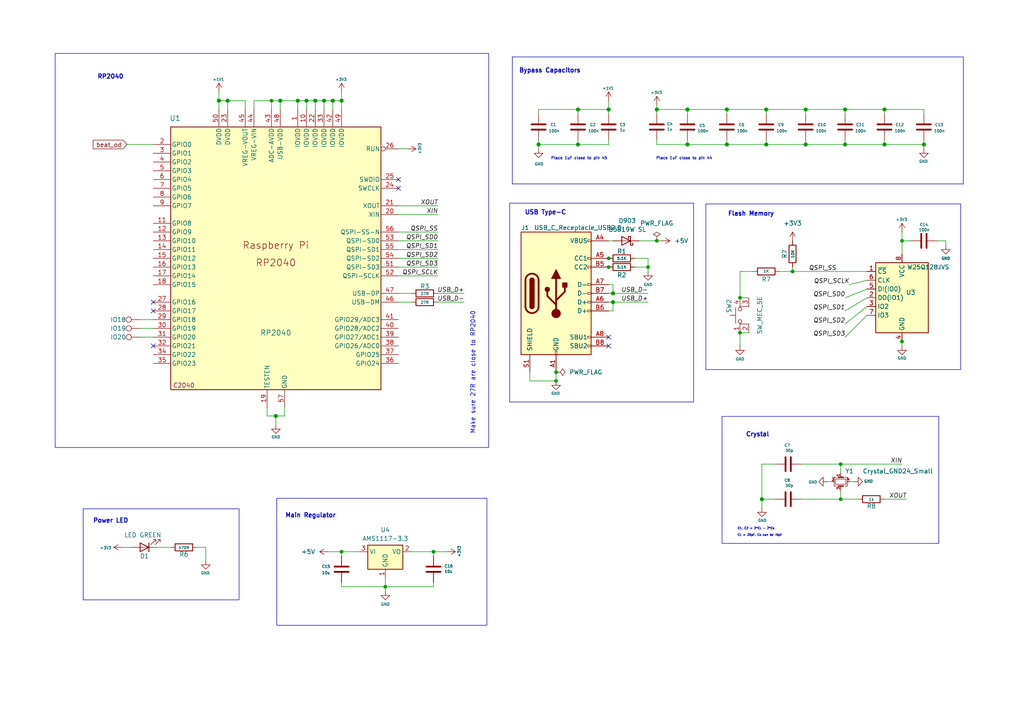
<source format=kicad_sch>
(kicad_sch (version 20230121) (generator eeschema)
  (paper "A4")
  (title_block (title "CPU") (date "2023-11-24"))
  (lib_symbols
    (symbol "00_project_library:AMS1117-3.3"
      (property "Reference" "U" (at -3.81 3.175 0))
      (property "Value" "AMS1117-3.3" (at 0 3.175 0))
      (symbol "AMS1117-3.3_0_1"
        (rectangle (start -5.08 1.905) (end 5.08 -5.08) (stroke (width 0.254)) (fill (type background)))
      )
      (symbol "AMS1117-3.3_1_1"
        (pin power_in line (at 0 -7.62 90) (length 2.54) (name "GND") (number "1"))
        (pin power_out line (at 7.62 0 180) (length 2.54) (name "VO") (number "2"))
        (pin power_in line (at -7.62 0 0) (length 2.54) (name "VI") (number "3"))
      )
    )
    (symbol "00_project_library:C" (pin_numbers hide) (pin_names (offset 0.254))
      (property "Reference" "C" (at 0.635 2.54 0))
      (property "Value" "C" (at 0.635 -2.54 0))
      (symbol "C_0_1"
        (polyline (pts (xy -2.032 -0.762) (xy 2.032 -0.762)) (stroke (width 0.508)))
        (polyline (pts (xy -2.032 0.762) (xy 2.032 0.762)) (stroke (width 0.508)))
      )
      (symbol "C_1_1"
        (pin passive line (at 0 3.81 270) (length 2.794) (name "~") (number "1"))
        (pin passive line (at 0 -3.81 90) (length 2.794) (name "~") (number "2"))
      )
    )
    (symbol "00_project_library:Crystal_GND24_Small" (pin_names (offset 1.016) hide)
      (property "Reference" "Y" (at 1.27 4.445 0))
      (property "Value" "Crystal_GND24_Small" (at 1.27 2.54 0))
      (symbol "Crystal_GND24_Small_0_1"
        (rectangle (start -0.762 -1.524) (end 0.762 1.524))
        (polyline (pts (xy -1.27 -0.762) (xy -1.27 0.762)) (stroke (width 0.381)))
        (polyline (pts (xy 1.27 -0.762) (xy 1.27 0.762)) (stroke (width 0.381)))
        (polyline (pts (xy -1.27 -1.27) (xy -1.27 -1.905) (xy 1.27 -1.905) (xy 1.27 -1.27)))
        (polyline (pts (xy -1.27 1.27) (xy -1.27 1.905) (xy 1.27 1.905) (xy 1.27 1.27)))
      )
      (symbol "Crystal_GND24_Small_1_1"
        (pin passive line (at -2.54 0 0) (length 1.27) (name "1") (number "1"))
        (pin passive line (at 0 -2.54 90) (length 0.635) (name "2") (number "2"))
        (pin passive line (at 2.54 0 180) (length 1.27) (name "3") (number "3"))
        (pin passive line (at 0 2.54 270) (length 0.635) (name "4") (number "4"))
      )
    )
    (symbol "00_project_library:LED GREEN" (pin_numbers hide) (pin_names (offset 1.016) hide)
      (property "Reference" "D" (at 0 2.54 0))
      (property "Value" "LED GREEN" (at 0 -2.54 0))
      (symbol "LED GREEN_0_1"
        (polyline (pts (xy -1.27 -1.27) (xy -1.27 1.27)) (stroke (width 0.254)))
        (polyline (pts (xy -1.27 0) (xy 1.27 0)))
        (polyline (pts (xy 1.27 -1.27) (xy 1.27 1.27) (xy -1.27 0) (xy 1.27 -1.27)) (stroke (width 0.254)))
        (polyline (pts (xy -3.048 -0.762) (xy -4.572 -2.286) (xy -3.81 -2.286) (xy -4.572 -2.286) (xy -4.572 -1.524)))
        (polyline (pts (xy -1.778 -0.762) (xy -3.302 -2.286) (xy -2.54 -2.286) (xy -3.302 -2.286) (xy -3.302 -1.524)))
      )
      (symbol "LED GREEN_1_1"
        (pin passive line (at -3.81 0 0) (length 2.54) (name "K") (number "1"))
        (pin passive line (at 3.81 0 180) (length 2.54) (name "A") (number "2"))
      )
    )
    (symbol "00_project_library:RP2040" (pin_names (offset 0.254))
      (property "Reference" "U" (at 1.27 78.74 0))
      (property "Value" "RP2040" (at 30.48 16.51 0))
      (symbol "RP2040_0_0"
        (text "Raspberry Pi" (at 30.48 41.91 0) (effects (font (size 2 2))))
        (text "RP2040" (at 30.48 36.83 0) (effects (font (size 2 2))))
      )
      (symbol "RP2040_1_0"
        (rectangle (start 0 76.2) (end 60.96 0) (stroke (width 0.254)) (fill (type background)))
      )
      (symbol "RP2040_1_1"
        (pin power_in line (at 36.83 81.28 270) (length 5.08) (name "IOVDD") (number "1"))
        (pin power_in line (at 39.37 81.28 270) (length 5.08) (name "IOVDD") (number "10"))
        (pin bidirectional line (at -5.08 48.26 0) (length 5.08) (name "GPIO8") (number "11"))
        (pin bidirectional line (at -5.08 45.72 0) (length 5.08) (name "GPIO9") (number "12"))
        (pin bidirectional line (at -5.08 43.18 0) (length 5.08) (name "GPIO10") (number "13"))
        (pin bidirectional line (at -5.08 40.64 0) (length 5.08) (name "GPIO11") (number "14"))
        (pin bidirectional line (at -5.08 38.1 0) (length 5.08) (name "GPIO12") (number "15"))
        (pin bidirectional line (at -5.08 35.56 0) (length 5.08) (name "GPIO13") (number "16"))
        (pin bidirectional line (at -5.08 33.02 0) (length 5.08) (name "GPIO14") (number "17"))
        (pin bidirectional line (at -5.08 30.48 0) (length 5.08) (name "GPIO15") (number "18"))
        (pin input line (at 27.94 -5.08 90) (length 5.08) (name "TESTEN") (number "19"))
        (pin bidirectional line (at -5.08 71.12 0) (length 5.08) (name "GPIO0") (number "2"))
        (pin bidirectional line (at 66.04 50.8 180) (length 5.08) (name "XIN") (number "20"))
        (pin output line (at 66.04 53.34 180) (length 5.08) (name "XOUT") (number "21"))
        (pin power_in line (at 41.91 81.28 270) (length 5.08) (name "IOVDD") (number "22"))
        (pin power_in line (at 16.51 81.28 270) (length 5.08) (name "DVDD") (number "23"))
        (pin unspecified line (at 66.04 58.42 180) (length 5.08) (name "SWCLK") (number "24"))
        (pin unspecified line (at 66.04 60.96 180) (length 5.08) (name "SWDIO") (number "25"))
        (pin input inverted (at 66.04 69.85 180) (length 5.08) (name "RUN") (number "26"))
        (pin bidirectional line (at -5.08 25.4 0) (length 5.08) (name "GPIO16") (number "27"))
        (pin bidirectional line (at -5.08 22.86 0) (length 5.08) (name "GPIO17") (number "28"))
        (pin bidirectional line (at -5.08 20.32 0) (length 5.08) (name "GPIO18") (number "29"))
        (pin bidirectional line (at -5.08 68.58 0) (length 5.08) (name "GPIO1") (number "3"))
        (pin bidirectional line (at -5.08 17.78 0) (length 5.08) (name "GPIO19") (number "30"))
        (pin bidirectional line (at -5.08 15.24 0) (length 5.08) (name "GPIO20") (number "31"))
        (pin bidirectional line (at -5.08 12.7 0) (length 5.08) (name "GPIO21") (number "32"))
        (pin power_in line (at 44.45 81.28 270) (length 5.08) (name "IOVDD") (number "33"))
        (pin bidirectional line (at -5.08 10.16 0) (length 5.08) (name "GPIO22") (number "34"))
        (pin bidirectional line (at -5.08 7.62 0) (length 5.08) (name "GPIO23") (number "35"))
        (pin bidirectional line (at 66.04 7.62 180) (length 5.08) (name "GPIO24") (number "36"))
        (pin bidirectional line (at 66.04 10.16 180) (length 5.08) (name "GPIO25") (number "37"))
        (pin bidirectional line (at 66.04 12.7 180) (length 5.08) (name "GPIO26/ADC0") (number "38"))
        (pin bidirectional line (at 66.04 15.24 180) (length 5.08) (name "GPIO27/ADC1") (number "39"))
        (pin bidirectional line (at -5.08 66.04 0) (length 5.08) (name "GPIO2") (number "4"))
        (pin bidirectional line (at 66.04 17.78 180) (length 5.08) (name "GPIO28/ADC2") (number "40"))
        (pin bidirectional line (at 66.04 20.32 180) (length 5.08) (name "GPIO29/ADC3") (number "41"))
        (pin power_in line (at 46.99 81.28 270) (length 5.08) (name "IOVDD") (number "42"))
        (pin power_in line (at 29.21 81.28 270) (length 5.08) (name "ADC-AVDD") (number "43"))
        (pin power_in line (at 24.13 81.28 270) (length 5.08) (name "VREG-VIN") (number "44"))
        (pin power_out line (at 21.59 81.28 270) (length 5.08) (name "VREG-VOUT") (number "45"))
        (pin bidirectional line (at 66.04 25.4 180) (length 5.08) (name "USB-DM") (number "46"))
        (pin bidirectional line (at 66.04 27.94 180) (length 5.08) (name "USB-DP") (number "47"))
        (pin power_in line (at 31.75 81.28 270) (length 5.08) (name "USB-VDD") (number "48"))
        (pin power_in line (at 49.53 81.28 270) (length 5.08) (name "IOVDD") (number "49"))
        (pin bidirectional line (at -5.08 63.5 0) (length 5.08) (name "GPIO3") (number "5"))
        (pin power_in line (at 13.97 81.28 270) (length 5.08) (name "DVDD") (number "50"))
        (pin bidirectional line (at 66.04 35.56 180) (length 5.08) (name "QSPI-SD3") (number "51"))
        (pin bidirectional line (at 66.04 33.02 180) (length 5.08) (name "QSPI-SCLK") (number "52"))
        (pin bidirectional line (at 66.04 43.18 180) (length 5.08) (name "QSPI-SD0") (number "53"))
        (pin bidirectional line (at 66.04 38.1 180) (length 5.08) (name "QSPI-SD2") (number "54"))
        (pin bidirectional line (at 66.04 40.64 180) (length 5.08) (name "QSPI-SD1") (number "55"))
        (pin bidirectional line (at 66.04 45.72 180) (length 5.08) (name "QSPI-SS-N") (number "56"))
        (pin power_in line (at 33.02 -5.08 90) (length 5.08) (name "GND") (number "57"))
        (pin bidirectional line (at -5.08 60.96 0) (length 5.08) (name "GPIO4") (number "6"))
        (pin bidirectional line (at -5.08 58.42 0) (length 5.08) (name "GPIO5") (number "7"))
        (pin bidirectional line (at -5.08 55.88 0) (length 5.08) (name "GPIO6") (number "8"))
        (pin bidirectional line (at -5.08 53.34 0) (length 5.08) (name "GPIO7") (number "9"))
      )
    )
    (symbol "00_project_library:SW_MEC_5E" (pin_names (offset 1.016) hide)
      (property "Reference" "SW" (at 0.635 5.715 0))
      (property "Value" "SW_MEC_5E" (at 0 -3.175 0))
      (symbol "SW_MEC_5E_0_1"
        (circle (center -1.778 2.54) (radius 0.508))
        (polyline (pts (xy -2.286 3.81) (xy 2.286 3.81)))
        (polyline (pts (xy 0 3.81) (xy 0 5.588)))
        (polyline (pts (xy -2.54 0) (xy -2.54 2.54) (xy -2.286 2.54)))
        (polyline (pts (xy 2.54 0) (xy 2.54 2.54) (xy 2.286 2.54)))
        (circle (center 1.778 2.54) (radius 0.508))
        (pin passive line (at -5.08 2.54 0) (length 2.54) (name "1") (number "1"))
        (pin passive line (at -5.08 0 0) (length 2.54) (name "2") (number "2"))
        (pin passive line (at 5.08 0 180) (length 2.54) (name "K") (number "3"))
        (pin passive line (at 5.08 2.54 180) (length 2.54) (name "A") (number "4"))
      )
    )
    (symbol "00_project_library:USB_C_Receptacle_USB2.0" (pin_names (offset 1.016))
      (property "Reference" "J" (at -10.16 19.05 0))
      (property "Value" "USB_C_Receptacle_USB2.0" (at 19.05 19.05 0))
      (symbol "USB_C_Receptacle_USB2.0_0_0"
        (rectangle (start -0.254 -17.78) (end 0.254 -16.764))
        (rectangle (start 10.16 -14.986) (end 9.144 -15.494))
        (rectangle (start 10.16 -12.446) (end 9.144 -12.954))
        (rectangle (start 10.16 -4.826) (end 9.144 -5.334))
        (rectangle (start 10.16 -2.286) (end 9.144 -2.794))
        (rectangle (start 10.16 0.254) (end 9.144 -0.254))
        (rectangle (start 10.16 2.794) (end 9.144 2.286))
        (rectangle (start 10.16 7.874) (end 9.144 7.366))
        (rectangle (start 10.16 10.414) (end 9.144 9.906))
        (rectangle (start 10.16 15.494) (end 9.144 14.986))
      )
      (symbol "USB_C_Receptacle_USB2.0_0_1"
        (rectangle (start -10.16 17.78) (end 10.16 -17.78) (stroke (width 0.254)) (fill (type background)))
        (arc (start -8.89 -3.81) (mid -6.985 -5.7067) (end -5.08 -3.81) (stroke (width 0.508)))
        (arc (start -7.62 -3.81) (mid -6.985 -4.4423) (end -6.35 -3.81) (stroke (width 0.254)))
        (arc (start -7.62 -3.81) (mid -6.985 -4.4423) (end -6.35 -3.81) (stroke (width 0.254)) (fill (type outline)))
        (rectangle (start -7.62 3.81) (end -6.35 -3.81) (stroke (width 0.254)) (fill (type outline)))
        (arc (start -6.35 3.81) (mid -6.985 4.4423) (end -7.62 3.81) (stroke (width 0.254)))
        (arc (start -6.35 3.81) (mid -6.985 4.4423) (end -7.62 3.81) (stroke (width 0.254)) (fill (type outline)))
        (arc (start -5.08 3.81) (mid -6.985 5.7067) (end -8.89 3.81) (stroke (width 0.508)))
        (circle (center -2.54 1.143) (radius 0.635) (stroke (width 0.254)) (fill (type outline)))
        (circle (center 0 -5.842) (radius 1.27) (fill (type outline)))
        (polyline (pts (xy -8.89 -3.81) (xy -8.89 3.81)) (stroke (width 0.508)))
        (polyline (pts (xy -5.08 3.81) (xy -5.08 -3.81)) (stroke (width 0.508)))
        (polyline (pts (xy 0 -5.842) (xy 0 4.318)) (stroke (width 0.508)))
        (polyline (pts (xy 0 -3.302) (xy -2.54 -0.762) (xy -2.54 0.508)) (stroke (width 0.508)))
        (polyline (pts (xy 0 -2.032) (xy 2.54 0.508) (xy 2.54 1.778)) (stroke (width 0.508)))
        (polyline (pts (xy -1.27 4.318) (xy 0 6.858) (xy 1.27 4.318) (xy -1.27 4.318)) (stroke (width 0.254)) (fill (type outline)))
        (rectangle (start 1.905 1.778) (end 3.175 3.048) (stroke (width 0.254)) (fill (type outline)))
      )
      (symbol "USB_C_Receptacle_USB2.0_1_1"
        (pin passive line (at 0 -22.86 90) (length 5.08) (name "GND") (number "A1"))
        (pin passive line (at 0 -22.86 90) (length 5.08) hide (name "GND") (number "A12"))
        (pin passive line (at 15.24 15.24 180) (length 5.08) (name "VBUS") (number "A4"))
        (pin bidirectional line (at 15.24 10.16 180) (length 5.08) (name "CC1") (number "A5"))
        (pin bidirectional line (at 15.24 -2.54 180) (length 5.08) (name "D+") (number "A6"))
        (pin bidirectional line (at 15.24 2.54 180) (length 5.08) (name "D-") (number "A7"))
        (pin bidirectional line (at 15.24 -12.7 180) (length 5.08) (name "SBU1") (number "A8"))
        (pin passive line (at 15.24 15.24 180) (length 5.08) hide (name "VBUS") (number "A9"))
        (pin passive line (at 0 -22.86 90) (length 5.08) hide (name "GND") (number "B1"))
        (pin passive line (at 0 -22.86 90) (length 5.08) hide (name "GND") (number "B12"))
        (pin passive line (at 15.24 15.24 180) (length 5.08) hide (name "VBUS") (number "B4"))
        (pin bidirectional line (at 15.24 7.62 180) (length 5.08) (name "CC2") (number "B5"))
        (pin bidirectional line (at 15.24 -5.08 180) (length 5.08) (name "D+") (number "B6"))
        (pin bidirectional line (at 15.24 0 180) (length 5.08) (name "D-") (number "B7"))
        (pin bidirectional line (at 15.24 -15.24 180) (length 5.08) (name "SBU2") (number "B8"))
        (pin passive line (at 15.24 15.24 180) (length 5.08) hide (name "VBUS") (number "B9"))
        (pin passive line (at -7.62 -22.86 90) (length 5.08) (name "SHIELD") (number "S1"))
      )
    )
    (symbol "00_project_library:W25Q128JVS"
      (property "Reference" "U" (at -8.89 8.89 0))
      (property "Value" "W25Q128JVS" (at 7.62 8.89 0))
      (symbol "W25Q128JVS_0_1"
        (rectangle (start -7.62 10.16) (end 7.62 -10.16) (stroke (width 0.254)) (fill (type background)))
      )
      (symbol "W25Q128JVS_1_1"
        (pin input line (at -10.16 7.62 0) (length 2.54) (name "~{CS}") (number "1"))
        (pin bidirectional line (at -10.16 0 0) (length 2.54) (name "DO(IO1)") (number "2"))
        (pin bidirectional line (at -10.16 -2.54 0) (length 2.54) (name "IO2") (number "3"))
        (pin power_in line (at 0 -12.7 90) (length 2.54) (name "GND") (number "4"))
        (pin bidirectional line (at -10.16 2.54 0) (length 2.54) (name "DI(IO0)") (number "5"))
        (pin input line (at -10.16 5.08 0) (length 2.54) (name "CLK") (number "6"))
        (pin bidirectional line (at -10.16 -5.08 0) (length 2.54) (name "IO3") (number "7"))
        (pin power_in line (at 0 12.7 270) (length 2.54) (name "VCC") (number "8"))
      )
    )
    (symbol "Connector:TestPoint" (pin_numbers hide) (pin_names (offset 0.762) hide)
      (property "Reference" "TP" (at 0 6.858 0))
      (property "Value" "TestPoint" (at 0 5.08 0))
      (symbol "TestPoint_0_1"
        (circle (center 0 3.302) (radius 0.762))
      )
      (symbol "TestPoint_1_1"
        (pin passive line (at 0 0 90) (length 2.54) (name "1") (number "1"))
      )
    )
    (symbol "Device:D_Schottky" (pin_numbers hide) (pin_names (offset 1.016) hide)
      (property "Reference" "D" (at 0 2.54 0))
      (property "Value" "D_Schottky" (at 0 -2.54 0))
      (symbol "D_Schottky_0_1"
        (polyline (pts (xy 1.27 0) (xy -1.27 0)))
        (polyline (pts (xy 1.27 1.27) (xy 1.27 -1.27) (xy -1.27 0) (xy 1.27 1.27)) (stroke (width 0.254)))
        (polyline (pts (xy -1.905 0.635) (xy -1.905 1.27) (xy -1.27 1.27) (xy -1.27 -1.27) (xy -0.635 -1.27) (xy -0.635 -0.635)) (stroke (width 0.254)))
      )
      (symbol "D_Schottky_1_1"
        (pin passive line (at -3.81 0 0) (length 2.54) (name "K") (number "1"))
        (pin passive line (at 3.81 0 180) (length 2.54) (name "A") (number "2"))
      )
    )
    (symbol "Device:R" (pin_numbers hide) (pin_names (offset 0))
      (property "Reference" "R" (at 2.032 0 90))
      (property "Value" "R" (at 0 0 90))
      (symbol "R_0_1"
        (rectangle (start -1.016 -2.54) (end 1.016 2.54) (stroke (width 0.254)))
      )
      (symbol "R_1_1"
        (pin passive line (at 0 3.81 270) (length 1.27) (name "~") (number "1"))
        (pin passive line (at 0 -3.81 90) (length 1.27) (name "~") (number "2"))
      )
    )
    (symbol "power:+1V1" (power) (pin_names (offset 0))
      (property "Value" "+1V1" (at 0 3.556 0))
      (symbol "+1V1_0_1"
        (polyline (pts (xy -0.762 1.27) (xy 0 2.54)))
        (polyline (pts (xy 0 0) (xy 0 2.54)))
        (polyline (pts (xy 0 2.54) (xy 0.762 1.27)))
      )
      (symbol "+1V1_1_1"
        (pin power_in line (at 0 0 90) (length 0) hide (name "+1V1") (number "1"))
      )
    )
    (symbol "power:+3V3" (power) (pin_names (offset 0))
      (property "Value" "+3V3" (at 0 3.556 0))
      (symbol "+3V3_0_1"
        (polyline (pts (xy -0.762 1.27) (xy 0 2.54)))
        (polyline (pts (xy 0 0) (xy 0 2.54)))
        (polyline (pts (xy 0 2.54) (xy 0.762 1.27)))
      )
      (symbol "+3V3_1_1"
        (pin power_in line (at 0 0 90) (length 0) hide (name "+3V3") (number "1"))
      )
    )
    (symbol "power:+5V" (power) (pin_names (offset 0))
      (property "Value" "+5V" (at 0 3.556 0))
      (symbol "+5V_0_1"
        (polyline (pts (xy -0.762 1.27) (xy 0 2.54)))
        (polyline (pts (xy 0 0) (xy 0 2.54)))
        (polyline (pts (xy 0 2.54) (xy 0.762 1.27)))
      )
      (symbol "+5V_1_1"
        (pin power_in line (at 0 0 90) (length 0) hide (name "+5V") (number "1"))
      )
    )
    (symbol "power:GND" (power) (pin_names (offset 0))
      (property "Value" "GND" (at 0 -3.81 0))
      (symbol "GND_0_1"
        (polyline (pts (xy 0 0) (xy 0 -1.27) (xy 1.27 -1.27) (xy 0 -2.54) (xy -1.27 -1.27) (xy 0 -1.27)))
      )
      (symbol "GND_1_1"
        (pin power_in line (at 0 0 270) (length 0) hide (name "GND") (number "1"))
      )
    )
    (symbol "power:PWR_FLAG" (power) (pin_numbers hide) (pin_names (offset 0) hide)
      (property "Value" "PWR_FLAG" (at 0 3.81 0))
      (symbol "PWR_FLAG_0_0"
        (pin power_out line (at 0 0 90) (length 0) (name "pwr") (number "1"))
      )
      (symbol "PWR_FLAG_0_1"
        (polyline (pts (xy 0 0) (xy 0 1.27) (xy -1.016 1.905) (xy 0 2.54) (xy 1.016 1.905) (xy 0 1.27)))
      )
    )
  )
  (junction (at 91.44 29.21) (diameter 1.016))
  (junction (at 261.62 69.85))
  (junction (at 80.01 120.65) (diameter 1.016))
  (junction (at 214.63 86.36))
  (junction (at 176.53 31.75) (diameter 1.016))
  (junction (at 261.62 99.06))
  (junction (at 99.06 29.21) (diameter 1.016))
  (junction (at 222.25 31.75) (diameter 1.016))
  (junction (at 156.21 41.91) (diameter 1.016))
  (junction (at 78.74 29.21))
  (junction (at 187.96 77.47))
  (junction (at 233.68 31.75) (diameter 1.016))
  (junction (at 63.5 29.21) (diameter 1.016))
  (junction (at 222.25 41.91) (diameter 1.016))
  (junction (at 245.11 31.75) (diameter 1.016))
  (junction (at 88.9 29.21) (diameter 1.016))
  (junction (at 111.76 170.18))
  (junction (at 167.64 41.91) (diameter 1.016))
  (junction (at 81.28 29.21) (diameter 1.016))
  (junction (at 210.82 31.75) (diameter 1.016))
  (junction (at 190.5 31.75) (diameter 1.016))
  (junction (at 214.63 96.52))
  (junction (at 267.97 41.91) (diameter 1.016))
  (junction (at 96.52 29.21) (diameter 1.016))
  (junction (at 99.06 160.02))
  (junction (at 177.8 87.63) (diameter 1.016))
  (junction (at 176.53 74.93))
  (junction (at 86.36 29.21) (diameter 1.016))
  (junction (at 66.04 29.21) (diameter 1.016))
  (junction (at 256.54 31.75) (diameter 1.016))
  (junction (at 199.39 41.91) (diameter 1.016))
  (junction (at 125.73 160.02))
  (junction (at 210.82 41.91) (diameter 1.016))
  (junction (at 243.84 134.62))
  (junction (at 220.98 144.78) (diameter 1.016))
  (junction (at 256.54 41.91) (diameter 1.016))
  (junction (at 161.29 107.95))
  (junction (at 161.29 110.49))
  (junction (at 93.98 29.21) (diameter 1.016))
  (junction (at 233.68 41.91) (diameter 1.016))
  (junction (at 245.11 41.91) (diameter 1.016))
  (junction (at 243.84 144.78))
  (junction (at 229.87 78.74))
  (junction (at 177.8 85.09) (diameter 1.016))
  (junction (at 176.53 77.47))
  (junction (at 167.64 31.75) (diameter 1.016))
  (junction (at 199.39 31.75) (diameter 1.016))
  (junction (at 190.5 69.85))
  (no_connect (at 176.53 100.33))
  (no_connect (at 176.53 97.79))
  (no_connect (at 115.57 52.07))
  (no_connect (at 44.45 100.33))
  (no_connect (at 44.45 90.17))
  (no_connect (at 44.45 87.63))
  (no_connect (at 115.57 54.61))
  (wire (pts (xy 99.06 31.75) (xy 99.06 29.21)))
  (wire (pts (xy 184.15 74.93) (xy 187.96 74.93)))
  (wire (pts (xy 115.57 69.85) (xy 127 69.85)))
  (wire (pts (xy 80.01 120.65) (xy 82.55 120.65)))
  (wire (pts (xy 82.55 120.65) (xy 82.55 118.11)))
  (wire (pts (xy 91.44 29.21) (xy 93.98 29.21)))
  (wire (pts (xy 81.28 31.75) (xy 81.28 29.21)))
  (wire (pts (xy 222.25 41.91) (xy 210.82 41.91)))
  (wire (pts (xy 96.52 29.21) (xy 99.06 29.21)))
  (wire (pts (xy 93.98 29.21) (xy 96.52 29.21)))
  (wire (pts (xy 271.78 69.85) (xy 274.32 69.85)))
  (wire (pts (xy 256.54 33.02) (xy 256.54 31.75)))
  (wire (pts (xy 125.73 161.29) (xy 125.73 160.02)))
  (wire (pts (xy 111.76 170.18) (xy 111.76 171.45)))
  (wire (pts (xy 199.39 40.64) (xy 199.39 41.91)))
  (wire (pts (xy 115.57 62.23) (xy 127 62.23)))
  (wire (pts (xy 251.46 88.9) (xy 245.11 93.98)))
  (wire (pts (xy 233.68 33.02) (xy 233.68 31.75)))
  (polyline (pts (xy 148.59 16.51) (xy 148.59 53.34)))
  (wire (pts (xy 190.5 31.75) (xy 190.5 33.02)))
  (wire (pts (xy 229.87 77.47) (xy 229.87 78.74)))
  (wire (pts (xy 167.64 41.91) (xy 167.64 40.64)))
  (wire (pts (xy 256.54 31.75) (xy 267.97 31.75)))
  (wire (pts (xy 261.62 99.06) (xy 261.62 100.33)))
  (wire (pts (xy 115.57 67.31) (xy 127 67.31)))
  (wire (pts (xy 199.39 31.75) (xy 210.82 31.75)))
  (wire (pts (xy 78.74 31.75) (xy 78.74 29.21)))
  (wire (pts (xy 177.8 85.09) (xy 187.96 85.09)))
  (wire (pts (xy 256.54 41.91) (xy 245.11 41.91)))
  (wire (pts (xy 115.57 59.69) (xy 127 59.69)))
  (wire (pts (xy 214.63 78.74) (xy 214.63 86.36)))
  (wire (pts (xy 80.01 123.19) (xy 80.01 120.65)))
  (wire (pts (xy 232.41 144.78) (xy 243.84 144.78)))
  (wire (pts (xy 251.46 83.82) (xy 245.11 86.36)))
  (polyline (pts (xy 279.4 53.34) (xy 148.59 53.34)))
  (wire (pts (xy 190.5 40.64) (xy 190.5 41.91)))
  (wire (pts (xy 57.15 158.75) (xy 59.69 158.75)))
  (wire (pts (xy 245.11 41.91) (xy 233.68 41.91)))
  (wire (pts (xy 245.11 40.64) (xy 245.11 41.91)))
  (wire (pts (xy 156.21 41.91) (xy 167.64 41.91)))
  (wire (pts (xy 99.06 168.91) (xy 99.06 170.18)))
  (wire (pts (xy 88.9 29.21) (xy 91.44 29.21)))
  (wire (pts (xy 115.57 72.39) (xy 127 72.39)))
  (wire (pts (xy 78.74 29.21) (xy 81.28 29.21)))
  (wire (pts (xy 99.06 160.02) (xy 99.06 161.29)))
  (wire (pts (xy 185.42 69.85) (xy 190.5 69.85)))
  (wire (pts (xy 59.69 158.75) (xy 59.69 162.56)))
  (wire (pts (xy 93.98 31.75) (xy 93.98 29.21)))
  (wire (pts (xy 218.44 78.74) (xy 214.63 78.74)))
  (wire (pts (xy 245.11 31.75) (xy 256.54 31.75)))
  (wire (pts (xy 267.97 41.91) (xy 267.97 43.18)))
  (wire (pts (xy 63.5 26.67) (xy 63.5 29.21)))
  (wire (pts (xy 66.04 31.75) (xy 66.04 29.21)))
  (wire (pts (xy 274.32 69.85) (xy 274.32 71.12)))
  (wire (pts (xy 127 85.09) (xy 134.62 85.09)))
  (wire (pts (xy 77.47 120.65) (xy 77.47 118.11)))
  (wire (pts (xy 40.64 97.79) (xy 44.45 97.79)))
  (wire (pts (xy 214.63 100.33) (xy 214.63 96.52)))
  (wire (pts (xy 243.84 142.24) (xy 243.84 144.78)))
  (wire (pts (xy 86.36 31.75) (xy 86.36 29.21)))
  (wire (pts (xy 245.11 33.02) (xy 245.11 31.75)))
  (wire (pts (xy 161.29 107.95) (xy 161.29 110.49)))
  (wire (pts (xy 153.67 110.49) (xy 161.29 110.49)))
  (wire (pts (xy 251.46 81.28) (xy 246.38 82.55)))
  (wire (pts (xy 224.79 144.78) (xy 220.98 144.78)))
  (wire (pts (xy 267.97 33.02) (xy 267.97 31.75)))
  (wire (pts (xy 176.53 29.21) (xy 176.53 31.75)))
  (wire (pts (xy 73.66 31.75) (xy 73.66 29.21)))
  (wire (pts (xy 261.62 67.31) (xy 261.62 69.85)))
  (wire (pts (xy 240.03 139.7) (xy 241.3 139.7)))
  (wire (pts (xy 190.5 31.75) (xy 199.39 31.75)))
  (wire (pts (xy 190.5 41.91) (xy 199.39 41.91)))
  (wire (pts (xy 224.79 134.62) (xy 220.98 134.62)))
  (wire (pts (xy 111.76 167.64) (xy 111.76 170.18)))
  (wire (pts (xy 35.56 158.75) (xy 38.1 158.75)))
  (wire (pts (xy 176.53 85.09) (xy 177.8 85.09)))
  (wire (pts (xy 91.44 31.75) (xy 91.44 29.21)))
  (wire (pts (xy 86.36 29.21) (xy 88.9 29.21)))
  (wire (pts (xy 96.52 29.21) (xy 96.52 31.75)))
  (wire (pts (xy 267.97 40.64) (xy 267.97 41.91)))
  (wire (pts (xy 210.82 40.64) (xy 210.82 41.91)))
  (wire (pts (xy 256.54 144.78) (xy 262.89 144.78)))
  (wire (pts (xy 214.63 96.52) (xy 217.17 96.52)))
  (wire (pts (xy 261.62 97.79) (xy 261.62 99.06)))
  (wire (pts (xy 220.98 144.78) (xy 220.98 147.32)))
  (wire (pts (xy 229.87 78.74) (xy 251.46 78.74)))
  (wire (pts (xy 156.21 31.75) (xy 167.64 31.75)))
  (wire (pts (xy 99.06 170.18) (xy 111.76 170.18)))
  (wire (pts (xy 71.12 29.21) (xy 66.04 29.21)))
  (wire (pts (xy 104.14 160.02) (xy 99.06 160.02)))
  (wire (pts (xy 115.57 87.63) (xy 119.38 87.63)))
  (wire (pts (xy 40.64 95.25) (xy 44.45 95.25)))
  (wire (pts (xy 243.84 144.78) (xy 248.92 144.78)))
  (wire (pts (xy 184.15 77.47) (xy 187.96 77.47)))
  (wire (pts (xy 95.25 160.02) (xy 99.06 160.02)))
  (wire (pts (xy 127 87.63) (xy 134.62 87.63)))
  (wire (pts (xy 115.57 85.09) (xy 119.38 85.09)))
  (wire (pts (xy 176.53 31.75) (xy 176.53 33.02)))
  (wire (pts (xy 243.84 134.62) (xy 243.84 137.16)))
  (wire (pts (xy 176.53 77.47) (xy 177.8 77.47)))
  (wire (pts (xy 261.62 69.85) (xy 261.62 73.66)))
  (wire (pts (xy 251.46 91.44) (xy 245.11 97.79)))
  (wire (pts (xy 45.72 158.75) (xy 49.53 158.75)))
  (wire (pts (xy 233.68 40.64) (xy 233.68 41.91)))
  (wire (pts (xy 73.66 29.21) (xy 78.74 29.21)))
  (wire (pts (xy 156.21 41.91) (xy 156.21 43.18)))
  (wire (pts (xy 129.54 160.02) (xy 125.73 160.02)))
  (wire (pts (xy 261.62 69.85) (xy 264.16 69.85)))
  (wire (pts (xy 233.68 41.91) (xy 222.25 41.91)))
  (wire (pts (xy 233.68 31.75) (xy 245.11 31.75)))
  (wire (pts (xy 210.82 33.02) (xy 210.82 31.75)))
  (polyline (pts (xy 148.59 16.51) (xy 279.4 16.51)))
  (wire (pts (xy 111.76 170.18) (xy 125.73 170.18)))
  (wire (pts (xy 167.64 31.75) (xy 176.53 31.75)))
  (wire (pts (xy 153.67 107.95) (xy 153.67 110.49)))
  (wire (pts (xy 115.57 43.18) (xy 118.11 43.18)))
  (wire (pts (xy 40.64 92.71) (xy 44.45 92.71)))
  (wire (pts (xy 187.96 77.47) (xy 187.96 78.74)))
  (wire (pts (xy 88.9 31.75) (xy 88.9 29.21)))
  (wire (pts (xy 176.53 41.91) (xy 167.64 41.91)))
  (wire (pts (xy 81.28 29.21) (xy 86.36 29.21)))
  (wire (pts (xy 222.25 31.75) (xy 233.68 31.75)))
  (wire (pts (xy 251.46 86.36) (xy 245.11 90.17)))
  (wire (pts (xy 176.53 69.85) (xy 177.8 69.85)))
  (wire (pts (xy 125.73 160.02) (xy 119.38 160.02)))
  (wire (pts (xy 222.25 40.64) (xy 222.25 41.91)))
  (wire (pts (xy 63.5 29.21) (xy 63.5 31.75)))
  (wire (pts (xy 80.01 120.65) (xy 77.47 120.65)))
  (wire (pts (xy 63.5 29.21) (xy 66.04 29.21)))
  (wire (pts (xy 167.64 33.02) (xy 167.64 31.75)))
  (wire (pts (xy 210.82 41.91) (xy 199.39 41.91)))
  (wire (pts (xy 176.53 82.55) (xy 177.8 82.55)))
  (wire (pts (xy 125.73 168.91) (xy 125.73 170.18)))
  (wire (pts (xy 176.53 90.17) (xy 177.8 90.17)))
  (wire (pts (xy 256.54 41.91) (xy 267.97 41.91)))
  (wire (pts (xy 177.8 82.55) (xy 177.8 85.09)))
  (wire (pts (xy 156.21 40.64) (xy 156.21 41.91)))
  (polyline (pts (xy 279.4 16.51) (xy 279.4 53.34)))
  (wire (pts (xy 99.06 26.67) (xy 99.06 29.21)))
  (wire (pts (xy 187.96 74.93) (xy 187.96 77.47)))
  (wire (pts (xy 246.38 139.7) (xy 247.65 139.7)))
  (wire (pts (xy 220.98 134.62) (xy 220.98 144.78)))
  (wire (pts (xy 115.57 80.01) (xy 127 80.01)))
  (wire (pts (xy 177.8 87.63) (xy 187.96 87.63)))
  (wire (pts (xy 36.83 41.91) (xy 44.45 41.91)))
  (wire (pts (xy 190.5 69.85) (xy 191.77 69.85)))
  (wire (pts (xy 256.54 40.64) (xy 256.54 41.91)))
  (wire (pts (xy 115.57 77.47) (xy 127 77.47)))
  (wire (pts (xy 232.41 134.62) (xy 243.84 134.62)))
  (wire (pts (xy 190.5 30.48) (xy 190.5 31.75)))
  (wire (pts (xy 71.12 31.75) (xy 71.12 29.21)))
  (wire (pts (xy 176.53 40.64) (xy 176.53 41.91)))
  (wire (pts (xy 156.21 33.02) (xy 156.21 31.75)))
  (wire (pts (xy 243.84 134.62) (xy 261.62 134.62)))
  (wire (pts (xy 176.53 87.63) (xy 177.8 87.63)))
  (wire (pts (xy 177.8 90.17) (xy 177.8 87.63)))
  (wire (pts (xy 176.53 74.93) (xy 177.8 74.93)))
  (wire (pts (xy 214.63 86.36) (xy 217.17 86.36)))
  (wire (pts (xy 210.82 31.75) (xy 222.25 31.75)))
  (wire (pts (xy 222.25 33.02) (xy 222.25 31.75)))
  (wire (pts (xy 226.06 78.74) (xy 229.87 78.74)))
  (wire (pts (xy 199.39 33.02) (xy 199.39 31.75)))
  (wire (pts (xy 115.57 74.93) (xy 127 74.93)))
  (rectangle (start 209.423 120.777) (end 272.288 157.607))
  (rectangle (start 204.724 59.1509) (end 278.638 107.188))
  (rectangle (start 16.002 15.494) (end 141.732 129.794))
  (rectangle (start 80.264 144.526) (end 141.224 181.356))
  (rectangle (start 147.828 58.928) (end 201.168 116.586))
  (rectangle (start 24.13 147.574) (end 69.342 173.99))
  (text "USB Type-C" (at 152.146 62.484 0) (effects (font (size 1.27 1.27) (thickness 0.254) bold) (justify left bottom)))
  (text "Crystal" (at 216.281 126.873 0) (effects (font (size 1.27 1.27) (thickness 0.254) bold) (justify left bottom)))
  (text "Make sure 27R are close to RP2040" (at 137.922 125.984 90) (effects (font (size 1.27 1.27)) (justify left bottom)))
  (text "RP2040" (at 28.194 23.114 0) (effects (font (size 1.27 1.27) (thickness 0.254) bold) (justify left bottom)))
  (text "Place 1uF close to pin 44" (at 190.246 46.482 0) (effects (font (size 0.8 0.8)) (justify left bottom)))
  (text "Place 1uF close to pin 45" (at 159.766 46.482 0) (effects (font (size 0.8 0.8)) (justify left bottom)))
  (text "Power LED" (at 26.924 151.892 0) (effects (font (size 1.27 1.27) (thickness 0.254) bold) (justify left bottom)))
  (text "Main Regulator" (at 82.677 150.368 0) (effects (font (size 1.27 1.27) (thickness 0.254) bold) (justify left bottom)))
  (text "Flash Memory" (at 211.074 62.865 0) (effects (font (size 1.27 1.27) (thickness 0.254) bold) (justify left bottom)))
  (text "Bypass Capacitors" (at 150.495 21.336 0) (effects (font (size 1.27 1.27) (thickness 0.254) bold) (justify left bottom)))
  (text "C1, C2 = 2*CL - 2*Cs\n\nCL = 20pF, Cs can be ~5pF" (at 213.868 155.702 0) (effects (font (size 0.6 0.6)) (justify left bottom)))
  (label "QSPI_SCLK" (at 127 80.01 180) (effects (font italic)))
  (label "QSPI_SD2" (at 245.11 93.98 180) (effects (font italic)))
  (label "QSPI_SS" (at 127 67.31 180) (effects (font italic)))
  (label "QSPI_SD1" (at 245.11 90.17 180) (effects (font italic)))
  (label "QSPI_SD2" (at 127 74.93 180) (effects (font italic)))
  (label "QSPI_SD0" (at 127 69.85 180) (effects (font italic)))
  (label "XOUT" (at 262.89 144.78 180) (effects (font italic)))
  (label "QSPI_SD1" (at 127 72.39 180) (effects (font italic)))
  (label "QSPI_SD0" (at 245.11 86.36 180) (effects (font italic)))
  (label "USB_D+" (at 134.62 85.09 180) (effects (font italic)))
  (label "XIN" (at 261.62 134.62 180) (effects (font italic)))
  (label "QSPI_SCLK" (at 246.38 82.55 180) (effects (font italic)))
  (label "QSPI_SD3" (at 245.11 97.79 180) (effects (font italic)))
  (label "QSPI_SD3" (at 127 77.47 180) (effects (font italic)))
  (label "USB_D-" (at 187.96 85.09 180) (effects (font italic)))
  (label "XOUT" (at 127 59.69 180) (effects (font italic)))
  (label "QSPI_SS" (at 242.57 78.74 180) (effects (font italic)))
  (label "XIN" (at 127 62.23 180) (effects (font italic)))
  (label "USB_D-" (at 134.62 87.63 180) (effects (font italic)))
  (label "USB_D+" (at 187.96 87.63 180) (effects (font italic)))
  (global_label "beat_od" (shape input) (at 36.83 41.91 180) (property "Intersheetrefs" "${INTERSHEET_REFS}" (effects hide)))
  (symbol (lib_id "Device:R") (at 123.19 87.63 270) (unit 1)
    (property "Reference" "R4" (effects hide))
    (property "Value" "27R" (at 123.19 87.7316 90) (effects (font (size 0.8 0.8))))
    (property "Footprint" "Resistor_SMD:R_0402_1005Metric_Pad0.72x0.64mm_HandSolder" (effects hide))
    (instances (project "bpm_meter" (path "" (reference "R4") (unit 1)) (path "" (reference "R904") (unit 1))))
  )
  (symbol (lib_id "00_project_library:Crystal_GND24_Small") (at 243.84 139.7 270) (unit 1)
    (property "Reference" "Y1" (at 245.11 136.652 90) (effects (justify left)))
    (property "Value" "Crystal_GND24_Small" (at 250.19 136.652 90) (effects (justify left)))
    (property "Footprint" "00_project_library:Crystal_SMD_3225-4Pin_3.2x2.5mm" (effects hide))
    (property "JLC" "C9002" (effects hide))
    (instances (project "bpm_meter" (path "" (reference "Y1") (unit 1)) (path "" (reference "Y901") (unit 1))))
  )
  (symbol (lib_id "00_project_library:C") (at 228.6 134.62 270) (unit 1)
    (property "Reference" "C7" (at 227.4824 129.159 90) (effects (font (size 0.8 0.8)) (justify left)))
    (property "Value" "30p" (at 227.711 130.683 90) (effects (font (size 0.8 0.8)) (justify left)))
    (property "Footprint" "Capacitor_SMD:C_0402_1005Metric" (effects hide))
    (property "Datasheet" "https://www.digikey.com/en/products/detail/yageo/CC0402JRNPO9BN270/302753" (effects hide))
    (property "JLC" "C1570" (effects hide))
    (instances (project "bpm_meter" (path "" (reference "C7") (unit 1)) (path "" (reference "C909") (unit 1))))
  )
  (symbol (lib_id "power:+3V3") (at 35.56 158.75 90) (unit 1)
    (property "Reference" "#PWR08" (effects hide))
    (property "Value" "+3V3" (at 30.6578 158.877 90) (effects (font (size 0.8 0.8))))
    (instances (project "bpm_meter" (path "" (reference "#PWR08") (unit 1)) (path "" (reference "#PWR0911") (unit 1))))
  )
  (symbol (lib_id "Device:R") (at 53.34 158.75 270) (unit 1)
    (property "Reference" "R6" (at 53.34 160.782 90))
    (property "Value" "470R" (at 53.34 158.8516 90) (effects (font (size 0.8 0.8))))
    (property "Footprint" "Resistor_SMD:R_0402_1005Metric_Pad0.72x0.64mm_HandSolder" (effects hide))
    (instances (project "bpm_meter" (path "" (reference "R6") (unit 1)) (path "" (reference "R905") (unit 1))))
  )
  (symbol (lib_id "power:GND") (at 161.29 110.49 0) (unit 1)
    (property "Reference" "#PWR01" (effects hide))
    (property "Value" "GND" (at 161.163 114.1222 0) (effects (font (size 0.8 0.8))))
    (instances (project "bpm_meter" (path "" (reference "#PWR01") (unit 1)) (path "" (reference "#PWR0901") (unit 1))))
  )
  (symbol (lib_id "power:GND") (at 267.97 43.18 0) (unit 1)
    (property "Reference" "#PWR024" (effects hide))
    (property "Value" "GND" (at 267.843 46.8122 0) (effects (font (size 0.8 0.8))))
    (instances (project "bpm_meter" (path "" (reference "#PWR024") (unit 1)) (path "" (reference "#PWR0922") (unit 1))))
  )
  (symbol (lib_id "00_project_library:C") (at 156.21 36.83 0) (unit 1)
    (property "Reference" "C1" (at 159.639 36.1696 0) (effects (font (size 0.8 0.8)) (justify left)))
    (property "Value" "100n" (at 159.131 37.973 0) (effects (font (size 0.8 0.8)) (justify left)))
    (property "Footprint" "Capacitor_SMD:C_0402_1005Metric_Pad0.74x0.62mm_HandSolder" (effects hide))
    (instances (project "bpm_meter" (path "" (reference "C1") (unit 1)) (path "" (reference "C903") (unit 1))))
  )
  (symbol (lib_id "00_project_library:C") (at 233.68 36.83 0) (unit 1)
    (property "Reference" "C10" (at 237.109 36.1696 0) (effects (font (size 0.8 0.8)) (justify left)))
    (property "Value" "100n" (at 236.601 37.973 0) (effects (font (size 0.8 0.8)) (justify left)))
    (property "Footprint" "Capacitor_SMD:C_0402_1005Metric_Pad0.74x0.62mm_HandSolder" (effects hide))
    (instances (project "bpm_meter" (path "" (reference "C10") (unit 1)) (path "" (reference "C912") (unit 1))))
  )
  (symbol (lib_id "power:GND") (at 156.21 43.18 0) (unit 1)
    (property "Reference" "#PWR07" (effects hide))
    (property "Value" "GND" (at 156.337 47.5742 0) (effects (font (size 0.8 0.8))))
    (instances (project "bpm_meter" (path "" (reference "#PWR07") (unit 1)) (path "" (reference "#PWR0910") (unit 1))))
  )
  (symbol (lib_id "power:GND") (at 240.03 139.7 270) (unit 1)
    (property "Reference" "#PWR018" (effects hide))
    (property "Value" "GND" (at 235.7628 139.827 90) (effects (font (size 0.8 0.8))))
    (instances (project "bpm_meter" (path "" (reference "#PWR018") (unit 1)) (path "" (reference "#PWR0918") (unit 1))))
  )
  (symbol (lib_id "power:+3V3") (at 229.87 69.85 0) (unit 1)
    (property "Reference" "#PWR015" (effects hide))
    (property "Value" "+3V3" (at 229.87 64.77 0))
    (instances (project "bpm_meter" (path "" (reference "#PWR015") (unit 1)) (path "" (reference "#PWR0917") (unit 1))))
  )
  (symbol (lib_id "Device:R") (at 252.73 144.78 270) (unit 1)
    (property "Reference" "R8" (at 252.73 146.812 90))
    (property "Value" "1k" (at 252.73 144.8816 90) (effects (font (size 0.8 0.8))))
    (property "Footprint" "Resistor_SMD:R_0402_1005Metric_Pad0.72x0.64mm_HandSolder" (effects hide))
    (instances (project "bpm_meter" (path "" (reference "R8") (unit 1)) (path "" (reference "R908") (unit 1))))
  )
  (symbol (lib_id "power:+3V3") (at 118.11 43.18 270) (unit 1)
    (property "Reference" "#PWR013" (effects hide))
    (property "Value" "+3V3" (at 121.7422 43.053 0) (effects (font (size 0.8 0.8))))
    (instances (project "bpm_meter" (path "" (reference "#PWR013") (unit 1)) (path "" (reference "#PWR037") (unit 1))))
  )
  (symbol (lib_id "00_project_library:C") (at 167.64 36.83 0) (unit 1)
    (property "Reference" "C2" (at 171.069 36.1696 0) (effects (font (size 0.8 0.8)) (justify left)))
    (property "Value" "100n" (at 170.561 37.973 0) (effects (font (size 0.8 0.8)) (justify left)))
    (property "Footprint" "Capacitor_SMD:C_0402_1005Metric_Pad0.74x0.62mm_HandSolder" (effects hide))
    (instances (project "bpm_meter" (path "" (reference "C2") (unit 1)) (path "" (reference "C904") (unit 1))))
  )
  (symbol (lib_id "power:PWR_FLAG") (at 190.5 69.85 0) (unit 1)
    (property "Reference" "#FLG02" (effects hide))
    (property "Value" "PWR_FLAG" (at 190.5 64.77 0))
    (instances (project "bpm_meter" (path "" (reference "#FLG02") (unit 1)) (path "" (reference "#FLG0902") (unit 1))))
  )
  (symbol (lib_id "power:+3V3") (at 129.54 160.02 270) (unit 1)
    (property "Reference" "#PWR028" (effects hide))
    (property "Value" "+3V3" (at 133.1722 159.893 0) (effects (font (size 0.8 0.8))))
    (instances (project "bpm_meter" (path "" (reference "#PWR028") (unit 1)) (path "" (reference "#PWR0909") (unit 1))))
  )
  (symbol (lib_id "00_project_library:C") (at 99.06 165.1 0) (unit 1)
    (property "Reference" "C15" (at 93.345 164.3126 0) (effects (font (size 0.8 0.8)) (justify left)))
    (property "Value" "10u" (at 93.345 166.116 0) (effects (font (size 0.8 0.8)) (justify left)))
    (property "Footprint" "Capacitor_SMD:C_0603_1608Metric" (effects hide))
    (instances (project "bpm_meter" (path "" (reference "C15") (unit 1)) (path "" (reference "C901") (unit 1))))
  )
  (symbol (lib_id "00_project_library:SW_MEC_5E") (at 217.17 91.44 90) (unit 1)
    (property "Reference" "SW2" (at 211.455 90.805 0) (effects (justify left)))
    (property "Value" "SW_MEC_5E" (at 220.345 91.44 0))
    (property "Footprint" "00_project_library:SW_TS-1187A-B-A-B" (effects hide))
    (property "Datasheet" "http://www.apem.com/int/index.php?controller=attachment&id_attachment=1371" (effects hide))
    (property "JLC" "C318884" (effects hide))
    (instances (project "bpm_meter" (path "" (reference "SW2") (unit 1)) (path "" (reference "SW901") (unit 1))))
  )
  (symbol (lib_id "power:GND") (at 247.65 139.7 90) (unit 1)
    (property "Reference" "#PWR019" (effects hide))
    (property "Value" "GND" (at 251.9172 139.573 90) (effects (font (size 0.8 0.8))))
    (instances (project "bpm_meter" (path "" (reference "#PWR019") (unit 1)) (path "" (reference "#PWR0919") (unit 1))))
  )
  (symbol (lib_id "power:GND") (at 274.32 71.12 0) (unit 1)
    (property "Reference" "#PWR025" (effects hide))
    (property "Value" "GND" (at 274.32 74.93 0) (effects (font (size 0.8 0.8))))
    (instances (project "bpm_meter" (path "" (reference "#PWR025") (unit 1)) (path "" (reference "#PWR0923") (unit 1))))
  )
  (symbol (lib_id "power:GND") (at 261.62 100.33 0) (unit 1)
    (property "Reference" "#PWR023" (effects hide))
    (property "Value" "GND" (at 261.62 103.886 0) (effects (font (size 0.8 0.8))))
    (instances (project "bpm_meter" (path "" (reference "#PWR023") (unit 1)) (path "" (reference "#PWR0921") (unit 1))))
  )
  (symbol (lib_id "00_project_library:C") (at 222.25 36.83 0) (unit 1)
    (property "Reference" "C9" (at 225.679 36.1696 0) (effects (font (size 0.8 0.8)) (justify left)))
    (property "Value" "100n" (at 225.171 37.973 0) (effects (font (size 0.8 0.8)) (justify left)))
    (property "Footprint" "Capacitor_SMD:C_0402_1005Metric_Pad0.74x0.62mm_HandSolder" (effects hide))
    (instances (project "bpm_meter" (path "" (reference "C9") (unit 1)) (path "" (reference "C911") (unit 1))))
  )
  (symbol (lib_id "00_project_library:C") (at 245.11 36.83 0) (unit 1)
    (property "Reference" "C11" (at 248.285 36.1696 0) (effects (font (size 0.8 0.8)) (justify left)))
    (property "Value" "100n" (at 248.031 37.973 0) (effects (font (size 0.8 0.8)) (justify left)))
    (property "Footprint" "Capacitor_SMD:C_0402_1005Metric_Pad0.74x0.62mm_HandSolder" (effects hide))
    (instances (project "bpm_meter" (path "" (reference "C11") (unit 1)) (path "" (reference "C913") (unit 1))))
  )
  (symbol (lib_id "Device:R") (at 229.87 73.66 0) (unit 1)
    (property "Reference" "R7" (at 227.584 73.66 90))
    (property "Value" "10K" (at 229.9716 73.66 90) (effects (font (size 0.8 0.8))))
    (property "Footprint" "Resistor_SMD:R_0402_1005Metric_Pad0.72x0.64mm_HandSolder" (effects hide))
    (instances (project "bpm_meter" (path "" (reference "R7") (unit 1)) (path "" (reference "R907") (unit 1))))
  )
  (symbol (lib_id "Connector:TestPoint") (at 40.64 95.25 90) (unit 1) (in_bom no)
    (property "Reference" "IO19" (at 34.29 95.25 90))
    (property "Value" "TestPoint" (effects hide))
    (property "Footprint" "TestPoint:TestPoint_Pad_D1.0mm" (effects hide))
  )
  (symbol (lib_id "power:GND") (at 214.63 100.33 0) (unit 1)
    (property "Reference" "#PWR016" (effects hide))
    (property "Value" "GND" (at 214.63 104.14 0) (effects (font (size 0.8 0.8))))
    (instances (project "bpm_meter" (path "" (reference "#PWR016") (unit 1)) (path "" (reference "#PWR0915") (unit 1))))
  )
  (symbol (lib_id "power:+3V3") (at 261.62 67.31 0) (unit 1)
    (property "Reference" "#PWR022" (effects hide))
    (property "Value" "+3V3" (at 261.493 63.6778 0) (effects (font (size 0.8 0.8))))
    (instances (project "bpm_meter" (path "" (reference "#PWR022") (unit 1)) (path "" (reference "#PWR0920") (unit 1))))
  )
  (symbol (lib_id "power:GND") (at 111.76 171.45 0) (unit 1)
    (property "Reference" "#PWR027" (effects hide))
    (property "Value" "GND" (at 111.76 175.26 0) (effects (font (size 0.8 0.8))))
    (instances (project "bpm_meter" (path "" (reference "#PWR027") (unit 1)) (path "" (reference "#PWR0908") (unit 1))))
  )
  (symbol (lib_id "00_project_library:RP2040") (at 49.53 113.03 0) (unit 1)
    (property "Reference" "U1" (at 50.8 34.29 0) (effects (font (size 1.524 1.524))))
    (property "Value" "RP2040" (at 80.01 96.52 0) (effects (font (size 1.524 1.524))))
    (property "Footprint" "00_project_library:RP2040-QFN-56" (effects hide))
    (property "Datasheet" "https://datasheets.raspberrypi.org/rp2040/rp2040-datasheet.pdf" (effects hide))
    (property "Author" "CIRCUITSTATE Electronics" (effects hide))
    (property "License" "CC BY 4.0" (effects hide))
    (property "Revision" "1.3" (effects hide))
    (property "JLC" "C2040" (at 53.34 111.76 0))
    (instances (project "bpm_meter" (path "" (reference "U1") (unit 1)) (path "" (reference "U901") (unit 1))))
  )
  (symbol (lib_id "Connector:TestPoint") (at 40.64 92.71 90) (unit 1) (in_bom no)
    (property "Reference" "IO18" (at 34.29 92.71 90))
    (property "Value" "TestPoint" (effects hide))
    (property "Footprint" "TestPoint:TestPoint_Pad_D1.0mm" (effects hide))
  )
  (symbol (lib_id "00_project_library:C") (at 199.39 36.83 0) (unit 1)
    (property "Reference" "C5" (at 202.819 36.4236 0) (effects (font (size 0.8 0.8)) (justify left)))
    (property "Value" "100n" (at 202.311 37.973 0) (effects (font (size 0.8 0.8)) (justify left)))
    (property "Footprint" "Capacitor_SMD:C_0402_1005Metric_Pad0.74x0.62mm_HandSolder" (effects hide))
    (instances (project "bpm_meter" (path "" (reference "C5") (unit 1)) (path "" (reference "C907") (unit 1))))
  )
  (symbol (lib_id "Device:R") (at 180.34 74.93 90) (unit 1)
    (property "Reference" "R1" (at 180.34 72.898 90))
    (property "Value" "5.1K" (at 180.34 74.93 90) (effects (font (size 0.8 0.8))))
    (property "Footprint" "Resistor_SMD:R_0402_1005Metric_Pad0.72x0.64mm_HandSolder" (effects hide))
    (instances (project "bpm_meter" (path "" (reference "R1") (unit 1)) (path "" (reference "R901") (unit 1))))
  )
  (symbol (lib_id "00_project_library:C") (at 267.97 69.85 90) (unit 1)
    (property "Reference" "C14" (at 269.2146 65.151 90) (effects (font (size 0.8 0.8)) (justify left)))
    (property "Value" "100n" (at 269.621 66.675 90) (effects (font (size 0.8 0.8)) (justify left)))
    (property "Footprint" "Capacitor_SMD:C_0402_1005Metric_Pad0.74x0.62mm_HandSolder" (effects hide))
    (instances (project "bpm_meter" (path "" (reference "C14") (unit 1)) (path "" (reference "C916") (unit 1))))
  )
  (symbol (lib_id "00_project_library:USB_C_Receptacle_USB2.0") (at 161.29 85.09 0) (unit 1)
    (property "Reference" "J1" (at 151.13 66.04 0) (effects (justify left)))
    (property "Value" "USB_C_Receptacle_USB2.0" (at 180.34 66.04 0) (effects (justify right)))
    (property "Footprint" "00_project_library:USB_C_Receptacle_Palconn_UTC16-G" (effects hide))
    (property "Datasheet" "https://www.usb.org/sites/default/files/documents/usb_type-c.zip" (effects hide))
    (property "JLC" "C165948" (effects hide))
    (property "DigiKey" "https://www.digikey.com/en/products/detail/gct/USB4105-GF-A/11198441" (effects hide))
    (property "Digikey" "https://www.digikey.com/en/products/detail/gct/USB4105-GF-A/11198441" (effects hide))
    (instances (project "bpm_meter" (path "" (reference "J1") (unit 1)) (path "" (reference "J901") (unit 1))))
  )
  (symbol (lib_id "00_project_library:C") (at 176.53 36.83 0) (unit 1)
    (property "Reference" "C3" (at 179.705 36.1696 0) (effects (font (size 0.8 0.8)) (justify left)))
    (property "Value" "1u" (at 179.705 37.719 0) (effects (font (size 0.8 0.8)) (justify left)))
    (property "Footprint" "Capacitor_SMD:C_0402_1005Metric_Pad0.74x0.62mm_HandSolder" (effects hide))
    (instances (project "bpm_meter" (path "" (reference "C3") (unit 1)) (path "" (reference "C905") (unit 1))))
  )
  (symbol (lib_id "power:+5V") (at 191.77 69.85 270) (unit 1)
    (property "Reference" "#PWR02" (effects hide))
    (property "Value" "+5V" (at 195.58 69.85 90) (effects (justify left)))
    (instances (project "bpm_meter" (path "" (reference "#PWR02") (unit 1)) (path "" (reference "#PWR0902") (unit 1))))
  )
  (symbol (lib_id "00_project_library:C") (at 228.6 144.78 270) (unit 1)
    (property "Reference" "C8" (at 227.4824 139.319 90) (effects (font (size 0.8 0.8)) (justify left)))
    (property "Value" "30p" (at 227.711 140.843 90) (effects (font (size 0.8 0.8)) (justify left)))
    (property "Footprint" "Capacitor_SMD:C_0402_1005Metric" (effects hide))
    (property "Datasheet" "https://www.digikey.com/en/products/detail/yageo/CC0402JRNPO9BN270/302753" (effects hide))
    (property "JLC" "C1570" (effects hide))
    (instances (project "bpm_meter" (path "" (reference "C8") (unit 1)) (path "" (reference "C910") (unit 1))))
  )
  (symbol (lib_id "power:GND") (at 220.98 147.32 0) (unit 1)
    (property "Reference" "#PWR014" (effects hide))
    (property "Value" "GND" (at 221.107 150.9522 0) (effects (font (size 0.8 0.8))))
    (instances (project "bpm_meter" (path "" (reference "#PWR014") (unit 1)) (path "" (reference "#PWR0916") (unit 1))))
  )
  (symbol (lib_id "power:GND") (at 187.96 78.74 0) (unit 1)
    (property "Reference" "#PWR03" (effects hide))
    (property "Value" "GND" (at 187.96 82.55 0) (effects (font (size 0.8 0.8))))
    (instances (project "bpm_meter" (path "" (reference "#PWR03") (unit 1)) (path "" (reference "#PWR0903") (unit 1))))
  )
  (symbol (lib_id "power:+1V1") (at 176.53 29.21 0) (unit 1)
    (property "Reference" "#PWR011" (effects hide))
    (property "Value" "+1V1" (at 176.403 25.5778 0) (effects (font (size 0.8 0.8))))
    (instances (project "bpm_meter" (path "" (reference "#PWR011") (unit 1)) (path "" (reference "#PWR0912") (unit 1))))
  )
  (symbol (lib_id "power:GND") (at 80.01 123.19 0) (unit 1)
    (property "Reference" "#PWR05" (effects hide))
    (property "Value" "GND" (at 80.01 126.746 0) (effects (font (size 0.8 0.8))))
    (instances (project "bpm_meter" (path "" (reference "#PWR05") (unit 1)) (path "" (reference "#PWR0905") (unit 1))))
  )
  (symbol (lib_id "00_project_library:C") (at 256.54 36.83 0) (unit 1)
    (property "Reference" "C12" (at 259.715 36.1696 0) (effects (font (size 0.8 0.8)) (justify left)))
    (property "Value" "100n" (at 259.461 37.973 0) (effects (font (size 0.8 0.8)) (justify left)))
    (property "Footprint" "Capacitor_SMD:C_0402_1005Metric_Pad0.74x0.62mm_HandSolder" (effects hide))
    (instances (project "bpm_meter" (path "" (reference "C12") (unit 1)) (path "" (reference "C914") (unit 1))))
  )
  (symbol (lib_id "power:+5V") (at 95.25 160.02 90) (unit 1)
    (property "Reference" "#PWR026" (effects hide))
    (property "Value" "+5V" (at 91.44 160.02 90) (effects (justify left)))
    (instances (project "bpm_meter" (path "" (reference "#PWR026") (unit 1)) (path "" (reference "#PWR0906") (unit 1))))
  )
  (symbol (lib_id "Device:R") (at 222.25 78.74 90) (unit 1)
    (property "Reference" "R7" (at 222.25 81.026 90))
    (property "Value" "1K" (at 222.25 78.6384 90) (effects (font (size 0.8 0.8))))
    (property "Footprint" "Resistor_SMD:R_0402_1005Metric_Pad0.72x0.64mm_HandSolder" (effects hide))
    (instances (project "bpm_meter" (path "" (reference "R7") (unit 1)) (path "" (reference "R906") (unit 1))))
  )
  (symbol (lib_id "00_project_library:AMS1117-3.3") (at 111.76 160.02 0) (unit 1)
    (property "Reference" "U4" (at 111.76 153.67 0))
    (property "Value" "AMS1117-3.3" (at 111.76 156.21 0))
    (property "Footprint" "00_project_library:SOT-223-3_TabPin2" (effects hide))
    (property "Datasheet" "http://www.advanced-monolithic.com/pdf/ds1117.pdf" (effects hide))
    (property "JLC" "C6186" (effects hide))
    (instances (project "bpm_meter" (path "" (reference "U4") (unit 1)) (path "" (reference "U902") (unit 1))))
  )
  (symbol (lib_id "Device:R") (at 123.19 85.09 270) (unit 1)
    (property "Reference" "R3" (at 123.19 83.058 90))
    (property "Value" "27R" (at 123.19 85.1916 90) (effects (font (size 0.8 0.8))))
    (property "Footprint" "Resistor_SMD:R_0402_1005Metric_Pad0.72x0.64mm_HandSolder" (effects hide))
    (instances (project "bpm_meter" (path "" (reference "R3") (unit 1)) (path "" (reference "R903") (unit 1))))
  )
  (symbol (lib_id "00_project_library:W25Q128JVS") (at 261.62 86.36 0) (unit 1)
    (property "Reference" "U3" (at 264.16 84.836 0))
    (property "Value" "W25Q128JVS" (at 269.24 77.47 0))
    (property "Footprint" "00_project_library:SOIC-8_5.23x5.23mm_P1.27mm" (effects hide))
    (property "Datasheet" "http://www.winbond.com/resource-files/w25q128jv_dtr%20revc%2003272018%20plus.pdf" (effects hide))
    (property "JCL" "C97521" (effects hide))
    (property "JLC" "C97521" (effects hide))
    (instances (project "bpm_meter" (path "" (reference "U3") (unit 1)) (path "" (reference "U903") (unit 1))))
  )
  (symbol (lib_id "power:+3V3") (at 190.5 30.48 0) (unit 1)
    (property "Reference" "#PWR013" (effects hide))
    (property "Value" "+3V3" (at 190.373 26.8478 0) (effects (font (size 0.8 0.8))))
    (instances (project "bpm_meter" (path "" (reference "#PWR013") (unit 1)) (path "" (reference "#PWR0914") (unit 1))))
  )
  (symbol (lib_id "Device:D_Schottky") (at 181.61 69.85 180) (unit 1)
    (property "Reference" "D903" (at 181.9275 64.008 0))
    (property "Value" "B5819W SL" (at 181.9275 66.548 0))
    (property "Footprint" "Diode_SMD:D_SOD-123" (effects hide))
    (property "Datasheet" "https://datasheet.lcsc.com/lcsc/2304140030_Jiangsu-Changjing-Electronics-Technology-Co---Ltd--B5819W-SL_C8598.pdf" (effects hide))
    (property "JLC" "C8598" (effects hide))
    (instances (project "bpm_meter" (path "" (reference "D903") (unit 1)) (path "" (reference "D904") (unit 1))))
  )
  (symbol (lib_id "power:GND") (at 59.69 162.56 0) (unit 1)
    (property "Reference" "#PWR012" (effects hide))
    (property "Value" "GND" (at 59.563 166.1922 0) (effects (font (size 0.8 0.8))))
    (instances (project "bpm_meter" (path "" (reference "#PWR012") (unit 1)) (path "" (reference "#PWR0913") (unit 1))))
  )
  (symbol (lib_id "00_project_library:C") (at 267.97 36.83 0) (unit 1)
    (property "Reference" "C13" (at 271.145 36.1696 0) (effects (font (size 0.8 0.8)) (justify left)))
    (property "Value" "100n" (at 270.891 37.973 0) (effects (font (size 0.8 0.8)) (justify left)))
    (property "Footprint" "Capacitor_SMD:C_0402_1005Metric_Pad0.74x0.62mm_HandSolder" (effects hide))
    (instances (project "bpm_meter" (path "" (reference "C13") (unit 1)) (path "" (reference "C915") (unit 1))))
  )
  (symbol (lib_id "00_project_library:C") (at 125.73 165.1 0) (unit 1)
    (property "Reference" "C16" (at 128.905 164.1856 0) (effects (font (size 0.8 0.8)) (justify left)))
    (property "Value" "10u" (at 128.905 165.735 0) (effects (font (size 0.8 0.8)) (justify left)))
    (property "Footprint" "Capacitor_SMD:C_0603_1608Metric" (effects hide))
    (instances (project "bpm_meter" (path "" (reference "C16") (unit 1)) (path "" (reference "C902") (unit 1))))
  )
  (symbol (lib_id "00_project_library:C") (at 190.5 36.83 0) (unit 1)
    (property "Reference" "C4" (at 193.421 35.9156 0) (effects (font (size 0.8 0.8)) (justify left)))
    (property "Value" "1u" (at 193.421 37.465 0) (effects (font (size 0.8 0.8)) (justify left)))
    (property "Footprint" "Capacitor_SMD:C_0402_1005Metric_Pad0.74x0.62mm_HandSolder" (effects hide))
    (instances (project "bpm_meter" (path "" (reference "C4") (unit 1)) (path "" (reference "C906") (unit 1))))
  )
  (symbol (lib_id "power:+1V1") (at 63.5 26.67 0) (unit 1)
    (property "Reference" "#PWR04" (effects hide))
    (property "Value" "+1V1" (at 63.373 23.0378 0) (effects (font (size 0.8 0.8))))
    (instances (project "bpm_meter" (path "" (reference "#PWR04") (unit 1)) (path "" (reference "#PWR0904") (unit 1))))
  )
  (symbol (lib_id "power:+3V3") (at 99.06 26.67 0) (unit 1)
    (property "Reference" "#PWR06" (effects hide))
    (property "Value" "+3V3" (at 98.933 23.0378 0) (effects (font (size 0.8 0.8))))
    (instances (project "bpm_meter" (path "" (reference "#PWR06") (unit 1)) (path "" (reference "#PWR0907") (unit 1))))
  )
  (symbol (lib_id "00_project_library:LED GREEN") (at 41.91 158.75 180) (unit 1)
    (property "Reference" "D1" (at 41.91 161.29 0))
    (property "Value" "LED GREEN" (at 41.402 155.194 0))
    (property "Footprint" "00_project_library:LED_0603_1608Metric" (effects hide))
    (property "JLC" "C2297" (effects hide))
    (instances (project "bpm_meter" (path "" (reference "D1") (unit 1)) (path "" (reference "D901") (unit 1))))
  )
  (symbol (lib_id "power:PWR_FLAG") (at 161.29 107.95 270) (unit 1)
    (property "Reference" "#FLG01" (effects hide))
    (property "Value" "PWR_FLAG" (at 165.1 107.95 90) (effects (justify left)))
    (instances (project "bpm_meter" (path "" (reference "#FLG01") (unit 1)) (path "" (reference "#FLG0901") (unit 1))))
  )
  (symbol (lib_id "Connector:TestPoint") (at 40.64 97.79 90) (unit 1) (in_bom no)
    (property "Reference" "IO20" (at 34.29 97.79 90))
    (property "Value" "TestPoint" (effects hide))
    (property "Footprint" "TestPoint:TestPoint_Pad_D1.0mm" (effects hide))
  )
  (symbol (lib_id "Device:R") (at 180.34 77.47 90) (unit 1)
    (property "Reference" "R2" (at 180.34 79.756 90))
    (property "Value" "5.1K" (at 180.34 77.47 90) (effects (font (size 0.8 0.8))))
    (property "Footprint" "Resistor_SMD:R_0402_1005Metric_Pad0.72x0.64mm_HandSolder" (effects hide))
    (instances (project "bpm_meter" (path "" (reference "R2") (unit 1)) (path "" (reference "R902") (unit 1))))
  )
  (symbol (lib_id "00_project_library:C") (at 210.82 36.83 0) (unit 1)
    (property "Reference" "C6" (at 214.249 36.1696 0) (effects (font (size 0.8 0.8)) (justify left)))
    (property "Value" "100n" (at 213.741 37.973 0) (effects (font (size 0.8 0.8)) (justify left)))
    (property "Footprint" "Capacitor_SMD:C_0402_1005Metric_Pad0.74x0.62mm_HandSolder" (effects hide))
    (instances (project "bpm_meter" (path "" (reference "C6") (unit 1)) (path "" (reference "C908") (unit 1))))
  )
)
</source>
